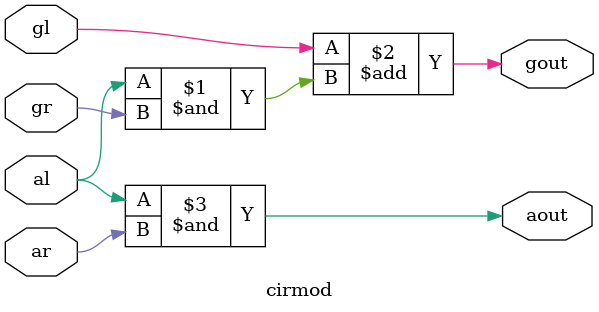
<source format=v>
module cirmod(gl , al , gr , ar , gout , aout);
	input gr , ar , gl , al ;
	output gout , aout;

	assign gout = gl + (al & gr);
	assign aout = al & ar;

endmodule
</source>
